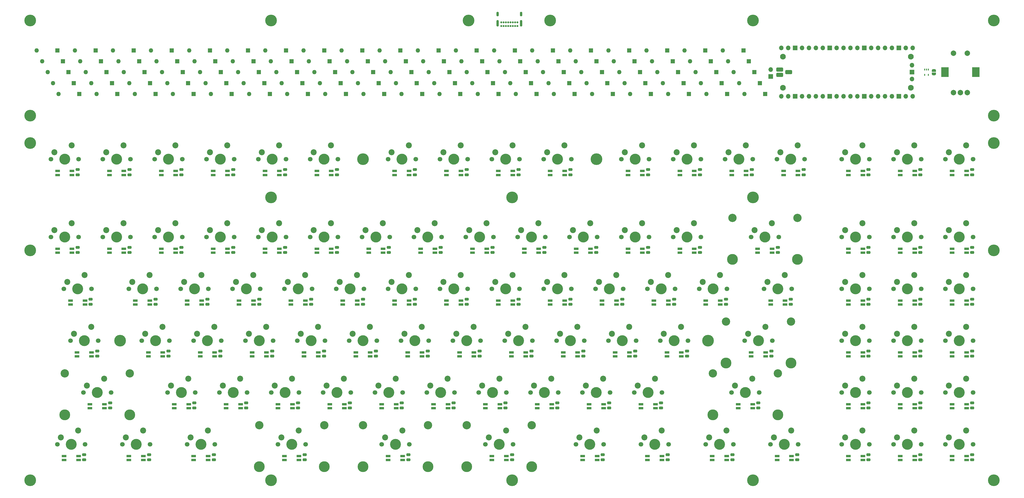
<source format=gbs>
G04 #@! TF.GenerationSoftware,KiCad,Pcbnew,(6.0.0)*
G04 #@! TF.CreationDate,2022-04-02T17:53:52-07:00*
G04 #@! TF.ProjectId,keyboard_exposed_diodes_standard_tkl,6b657962-6f61-4726-945f-6578706f7365,rev?*
G04 #@! TF.SameCoordinates,Original*
G04 #@! TF.FileFunction,Soldermask,Bot*
G04 #@! TF.FilePolarity,Negative*
%FSLAX46Y46*%
G04 Gerber Fmt 4.6, Leading zero omitted, Abs format (unit mm)*
G04 Created by KiCad (PCBNEW (6.0.0)) date 2022-04-02 17:53:52*
%MOMM*%
%LPD*%
G01*
G04 APERTURE LIST*
G04 Aperture macros list*
%AMRoundRect*
0 Rectangle with rounded corners*
0 $1 Rounding radius*
0 $2 $3 $4 $5 $6 $7 $8 $9 X,Y pos of 4 corners*
0 Add a 4 corners polygon primitive as box body*
4,1,4,$2,$3,$4,$5,$6,$7,$8,$9,$2,$3,0*
0 Add four circle primitives for the rounded corners*
1,1,$1+$1,$2,$3*
1,1,$1+$1,$4,$5*
1,1,$1+$1,$6,$7*
1,1,$1+$1,$8,$9*
0 Add four rect primitives between the rounded corners*
20,1,$1+$1,$2,$3,$4,$5,0*
20,1,$1+$1,$4,$5,$6,$7,0*
20,1,$1+$1,$6,$7,$8,$9,0*
20,1,$1+$1,$8,$9,$2,$3,0*%
%AMFreePoly0*
4,1,22,0.500000,-0.750000,0.000000,-0.750000,0.000000,-0.745033,-0.079941,-0.743568,-0.215256,-0.701293,-0.333266,-0.622738,-0.424486,-0.514219,-0.481581,-0.384460,-0.499164,-0.250000,-0.500000,-0.250000,-0.500000,0.250000,-0.499164,0.250000,-0.499963,0.256109,-0.478152,0.396186,-0.417904,0.524511,-0.324060,0.630769,-0.204165,0.706417,-0.067858,0.745374,0.000000,0.744959,0.000000,0.750000,
0.500000,0.750000,0.500000,-0.750000,0.500000,-0.750000,$1*%
%AMFreePoly1*
4,1,20,0.000000,0.744959,0.073905,0.744508,0.209726,0.703889,0.328688,0.626782,0.421226,0.519385,0.479903,0.390333,0.500000,0.250000,0.500000,-0.250000,0.499851,-0.262216,0.476331,-0.402017,0.414519,-0.529596,0.319384,-0.634700,0.198574,-0.708877,0.061801,-0.746166,0.000000,-0.745033,0.000000,-0.750000,-0.500000,-0.750000,-0.500000,0.750000,0.000000,0.750000,0.000000,0.744959,
0.000000,0.744959,$1*%
G04 Aperture macros list end*
%ADD10C,2.200000*%
%ADD11R,1.800000X0.900000*%
%ADD12C,1.700000*%
%ADD13C,4.000000*%
%ADD14R,1.600000X1.600000*%
%ADD15O,1.600000X1.600000*%
%ADD16R,1.700000X1.700000*%
%ADD17O,1.700000X1.700000*%
%ADD18C,0.700000*%
%ADD19O,0.900000X2.400000*%
%ADD20O,0.900000X1.700000*%
%ADD21C,2.100000*%
%ADD22RoundRect,0.300000X0.950000X-0.450000X0.950000X0.450000X-0.950000X0.450000X-0.950000X-0.450000X0*%
%ADD23R,2.800000X3.600000*%
%ADD24C,2.000000*%
%ADD25C,3.987800*%
%ADD26C,3.048000*%
%ADD27C,4.300000*%
%ADD28RoundRect,0.250000X0.475000X-0.250000X0.475000X0.250000X-0.475000X0.250000X-0.475000X-0.250000X0*%
%ADD29R,0.400000X0.650000*%
%ADD30FreePoly0,270.000000*%
%ADD31FreePoly1,270.000000*%
G04 APERTURE END LIST*
D10*
X384028750Y-282595000D03*
X377678750Y-285135000D03*
D11*
X384138750Y-293475000D03*
X384138750Y-291975000D03*
X378838750Y-293475000D03*
X378838750Y-291975000D03*
D12*
X376408750Y-287675000D03*
X386568750Y-287675000D03*
D13*
X381488750Y-287675000D03*
D12*
X381806250Y-306725000D03*
D13*
X376726250Y-306725000D03*
D12*
X371646250Y-306725000D03*
D11*
X374076250Y-311025000D03*
X374076250Y-312525000D03*
X379376250Y-311025000D03*
X379376250Y-312525000D03*
D10*
X372916250Y-304185000D03*
X379266250Y-301645000D03*
D12*
X140665000Y-249575000D03*
X150825000Y-249575000D03*
D13*
X145745000Y-249575000D03*
D11*
X143095000Y-253875000D03*
X143095000Y-255375000D03*
X148395000Y-253875000D03*
X148395000Y-255375000D03*
D10*
X141935000Y-247035000D03*
X148285000Y-244495000D03*
D12*
X169875000Y-249575000D03*
X159715000Y-249575000D03*
D13*
X164795000Y-249575000D03*
D11*
X162145000Y-253875000D03*
X162145000Y-255375000D03*
X167445000Y-253875000D03*
X167445000Y-255375000D03*
D10*
X160985000Y-247035000D03*
X167335000Y-244495000D03*
D12*
X178765000Y-249575000D03*
X188925000Y-249575000D03*
D13*
X183845000Y-249575000D03*
D11*
X181195000Y-253875000D03*
X181195000Y-255375000D03*
X186495000Y-253875000D03*
X186495000Y-255375000D03*
D10*
X180035000Y-247035000D03*
X186385000Y-244495000D03*
D13*
X202895000Y-249575000D03*
D12*
X197815000Y-249575000D03*
X207975000Y-249575000D03*
D11*
X200245000Y-253875000D03*
X200245000Y-255375000D03*
X205545000Y-253875000D03*
X205545000Y-255375000D03*
D10*
X199085000Y-247035000D03*
X205435000Y-244495000D03*
D12*
X216865000Y-249575000D03*
X227025000Y-249575000D03*
D13*
X221945000Y-249575000D03*
D11*
X219295000Y-253875000D03*
X219295000Y-255375000D03*
X224595000Y-253875000D03*
X224595000Y-255375000D03*
D10*
X218135000Y-247035000D03*
X224485000Y-244495000D03*
D13*
X240995000Y-249575000D03*
D12*
X246075000Y-249575000D03*
X235915000Y-249575000D03*
D11*
X238345000Y-253875000D03*
X238345000Y-255375000D03*
X243645000Y-253875000D03*
X243645000Y-255375000D03*
D10*
X237185000Y-247035000D03*
X243535000Y-244495000D03*
D12*
X254965000Y-249575000D03*
D13*
X260045000Y-249575000D03*
D12*
X265125000Y-249575000D03*
D11*
X257395000Y-253875000D03*
X257395000Y-255375000D03*
X262695000Y-253875000D03*
X262695000Y-255375000D03*
D10*
X256235000Y-247035000D03*
X262585000Y-244495000D03*
D13*
X279095000Y-249575000D03*
D12*
X274015000Y-249575000D03*
X284175000Y-249575000D03*
D11*
X276445000Y-253875000D03*
X276445000Y-255375000D03*
X281745000Y-253875000D03*
X281745000Y-255375000D03*
D10*
X275285000Y-247035000D03*
X281635000Y-244495000D03*
D12*
X293065000Y-249575000D03*
D13*
X298145000Y-249575000D03*
D12*
X303225000Y-249575000D03*
D11*
X295495000Y-253875000D03*
X295495000Y-255375000D03*
X300795000Y-253875000D03*
X300795000Y-255375000D03*
D10*
X294335000Y-247035000D03*
X300685000Y-244495000D03*
D12*
X165112500Y-287675000D03*
X154952500Y-287675000D03*
D13*
X160032500Y-287675000D03*
D11*
X157382500Y-291975000D03*
X157382500Y-293475000D03*
X162682500Y-291975000D03*
X162682500Y-293475000D03*
D10*
X156222500Y-285135000D03*
X162572500Y-282595000D03*
D12*
X250837500Y-306725000D03*
X240677500Y-306725000D03*
D13*
X245757500Y-306725000D03*
D11*
X243107500Y-311025000D03*
X243107500Y-312525000D03*
X248407500Y-311025000D03*
X248407500Y-312525000D03*
D10*
X241947500Y-304185000D03*
X248297500Y-301645000D03*
D12*
X378790000Y-249575000D03*
D13*
X383870000Y-249575000D03*
D12*
X388950000Y-249575000D03*
D11*
X381220000Y-253875000D03*
X381220000Y-255375000D03*
X386520000Y-253875000D03*
X386520000Y-255375000D03*
D10*
X380060000Y-247035000D03*
X386410000Y-244495000D03*
D13*
X388632500Y-268625000D03*
D12*
X393712500Y-268625000D03*
X383552500Y-268625000D03*
D11*
X385982500Y-272925000D03*
X385982500Y-274425000D03*
X391282500Y-272925000D03*
X391282500Y-274425000D03*
D10*
X384822500Y-266085000D03*
X391172500Y-263545000D03*
D13*
X207657500Y-306725000D03*
D12*
X212737500Y-306725000D03*
X202577500Y-306725000D03*
D11*
X205007500Y-311025000D03*
X205007500Y-312525000D03*
X210307500Y-311025000D03*
X210307500Y-312525000D03*
D10*
X203847500Y-304185000D03*
X210197500Y-301645000D03*
D12*
X193052500Y-287675000D03*
D13*
X198132500Y-287675000D03*
D12*
X203212500Y-287675000D03*
D11*
X195482500Y-291975000D03*
X195482500Y-293475000D03*
X200782500Y-291975000D03*
X200782500Y-293475000D03*
D10*
X194322500Y-285135000D03*
X200672500Y-282595000D03*
D13*
X336245000Y-249575000D03*
D12*
X341325000Y-249575000D03*
X331165000Y-249575000D03*
D11*
X333595000Y-253875000D03*
X333595000Y-255375000D03*
X338895000Y-253875000D03*
X338895000Y-255375000D03*
D10*
X332435000Y-247035000D03*
X338785000Y-244495000D03*
D13*
X417207500Y-268625000D03*
D12*
X422287500Y-268625000D03*
X412127500Y-268625000D03*
D11*
X414557500Y-272925000D03*
X414557500Y-274425000D03*
X419857500Y-272925000D03*
X419857500Y-274425000D03*
D10*
X413397500Y-266085000D03*
X419747500Y-263545000D03*
D12*
X431177500Y-325775000D03*
D13*
X436257500Y-325775000D03*
D12*
X441337500Y-325775000D03*
D11*
X433607500Y-330075000D03*
X433607500Y-331575000D03*
X438907500Y-330075000D03*
X438907500Y-331575000D03*
D10*
X432447500Y-323235000D03*
X438797500Y-320695000D03*
D12*
X188290000Y-268625000D03*
X198450000Y-268625000D03*
D13*
X193370000Y-268625000D03*
D11*
X190720000Y-272925000D03*
X190720000Y-274425000D03*
X196020000Y-272925000D03*
X196020000Y-274425000D03*
D10*
X189560000Y-266085000D03*
X195910000Y-263545000D03*
D12*
X441337500Y-268625000D03*
X431177500Y-268625000D03*
D13*
X436257500Y-268625000D03*
D11*
X433607500Y-272925000D03*
X433607500Y-274425000D03*
X438907500Y-272925000D03*
X438907500Y-274425000D03*
D10*
X432447500Y-266085000D03*
X438797500Y-263545000D03*
D12*
X360375000Y-249575000D03*
X350215000Y-249575000D03*
D13*
X355295000Y-249575000D03*
D11*
X352645000Y-253875000D03*
X352645000Y-255375000D03*
X357945000Y-253875000D03*
X357945000Y-255375000D03*
D10*
X351485000Y-247035000D03*
X357835000Y-244495000D03*
D12*
X150825000Y-221000000D03*
X140665000Y-221000000D03*
D13*
X145745000Y-221000000D03*
D11*
X143095000Y-225300000D03*
X143095000Y-226800000D03*
X148395000Y-225300000D03*
X148395000Y-226800000D03*
D10*
X141935000Y-218460000D03*
X148285000Y-215920000D03*
D12*
X215118750Y-325775000D03*
D13*
X210038750Y-325775000D03*
D12*
X204958750Y-325775000D03*
D11*
X207388750Y-330075000D03*
X207388750Y-331575000D03*
X212688750Y-330075000D03*
X212688750Y-331575000D03*
D10*
X206228750Y-323235000D03*
X212578750Y-320695000D03*
D12*
X281158750Y-325775000D03*
D13*
X286238750Y-325775000D03*
D12*
X291318750Y-325775000D03*
D11*
X283588750Y-330075000D03*
X283588750Y-331575000D03*
X288888750Y-330075000D03*
X288888750Y-331575000D03*
D10*
X282428750Y-323235000D03*
X288778750Y-320695000D03*
D12*
X422287500Y-287675000D03*
D13*
X417207500Y-287675000D03*
D12*
X412127500Y-287675000D03*
D11*
X414557500Y-291975000D03*
X414557500Y-293475000D03*
X419857500Y-291975000D03*
X419857500Y-293475000D03*
D10*
X413397500Y-285135000D03*
X419747500Y-282595000D03*
D13*
X417207500Y-306725000D03*
D12*
X422287500Y-306725000D03*
X412127500Y-306725000D03*
D11*
X414557500Y-311025000D03*
X414557500Y-312525000D03*
X419857500Y-311025000D03*
X419857500Y-312525000D03*
D10*
X413397500Y-304185000D03*
X419747500Y-301645000D03*
D12*
X441337500Y-287675000D03*
D13*
X436257500Y-287675000D03*
D12*
X431177500Y-287675000D03*
D11*
X433607500Y-291975000D03*
X433607500Y-293475000D03*
X438907500Y-291975000D03*
X438907500Y-293475000D03*
D10*
X432447500Y-285135000D03*
X438797500Y-282595000D03*
D13*
X455307500Y-287675000D03*
D12*
X450227500Y-287675000D03*
X460387500Y-287675000D03*
D11*
X452657500Y-291975000D03*
X452657500Y-293475000D03*
X457957500Y-291975000D03*
X457957500Y-293475000D03*
D10*
X451497500Y-285135000D03*
X457847500Y-282595000D03*
D12*
X450227500Y-306725000D03*
X460387500Y-306725000D03*
D13*
X455307500Y-306725000D03*
D11*
X452657500Y-311025000D03*
X452657500Y-312525000D03*
X457957500Y-311025000D03*
X457957500Y-312525000D03*
D10*
X451497500Y-304185000D03*
X457847500Y-301645000D03*
D12*
X169875000Y-221000000D03*
X159715000Y-221000000D03*
D13*
X164795000Y-221000000D03*
D11*
X162145000Y-225300000D03*
X162145000Y-226800000D03*
X167445000Y-225300000D03*
X167445000Y-226800000D03*
D10*
X160985000Y-218460000D03*
X167335000Y-215920000D03*
D12*
X178765000Y-221000000D03*
D13*
X183845000Y-221000000D03*
D12*
X188925000Y-221000000D03*
D11*
X181195000Y-225300000D03*
X181195000Y-226800000D03*
X186495000Y-225300000D03*
X186495000Y-226800000D03*
D10*
X180035000Y-218460000D03*
X186385000Y-215920000D03*
D12*
X207975000Y-221000000D03*
D13*
X202895000Y-221000000D03*
D12*
X197815000Y-221000000D03*
D11*
X200245000Y-225300000D03*
X200245000Y-226800000D03*
X205545000Y-225300000D03*
X205545000Y-226800000D03*
D10*
X199085000Y-218460000D03*
X205435000Y-215920000D03*
D12*
X245440000Y-221000000D03*
X255600000Y-221000000D03*
D13*
X250520000Y-221000000D03*
D11*
X247870000Y-225300000D03*
X247870000Y-226800000D03*
X253170000Y-225300000D03*
X253170000Y-226800000D03*
D10*
X246710000Y-218460000D03*
X253060000Y-215920000D03*
D12*
X283540000Y-221000000D03*
X293700000Y-221000000D03*
D13*
X288620000Y-221000000D03*
D11*
X285970000Y-225300000D03*
X285970000Y-226800000D03*
X291270000Y-225300000D03*
X291270000Y-226800000D03*
D10*
X284810000Y-218460000D03*
X291160000Y-215920000D03*
D12*
X302590000Y-221000000D03*
D13*
X307670000Y-221000000D03*
D12*
X312750000Y-221000000D03*
D11*
X305020000Y-225300000D03*
X305020000Y-226800000D03*
X310320000Y-225300000D03*
X310320000Y-226800000D03*
D10*
X303860000Y-218460000D03*
X310210000Y-215920000D03*
D13*
X374345000Y-221000000D03*
D12*
X379425000Y-221000000D03*
X369265000Y-221000000D03*
D11*
X371695000Y-225300000D03*
X371695000Y-226800000D03*
X376995000Y-225300000D03*
X376995000Y-226800000D03*
D10*
X370535000Y-218460000D03*
X376885000Y-215920000D03*
D12*
X222262500Y-287675000D03*
D13*
X217182500Y-287675000D03*
D12*
X212102500Y-287675000D03*
D11*
X214532500Y-291975000D03*
X214532500Y-293475000D03*
X219832500Y-291975000D03*
X219832500Y-293475000D03*
D10*
X213372500Y-285135000D03*
X219722500Y-282595000D03*
D12*
X335927500Y-306725000D03*
D13*
X341007500Y-306725000D03*
D12*
X346087500Y-306725000D03*
D11*
X338357500Y-311025000D03*
X338357500Y-312525000D03*
X343657500Y-311025000D03*
X343657500Y-312525000D03*
D10*
X337197500Y-304185000D03*
X343547500Y-301645000D03*
D12*
X231152500Y-287675000D03*
D13*
X236232500Y-287675000D03*
D12*
X241312500Y-287675000D03*
D11*
X233582500Y-291975000D03*
X233582500Y-293475000D03*
X238882500Y-291975000D03*
X238882500Y-293475000D03*
D10*
X232422500Y-285135000D03*
X238772500Y-282595000D03*
D13*
X255282500Y-287675000D03*
D12*
X260362500Y-287675000D03*
X250202500Y-287675000D03*
D11*
X252632500Y-291975000D03*
X252632500Y-293475000D03*
X257932500Y-291975000D03*
X257932500Y-293475000D03*
D10*
X251472500Y-285135000D03*
X257822500Y-282595000D03*
D12*
X431177500Y-249575000D03*
X441337500Y-249575000D03*
D13*
X436257500Y-249575000D03*
D11*
X433607500Y-253875000D03*
X433607500Y-255375000D03*
X438907500Y-253875000D03*
X438907500Y-255375000D03*
D10*
X432447500Y-247035000D03*
X438797500Y-244495000D03*
D13*
X288620000Y-268625000D03*
D12*
X283540000Y-268625000D03*
X293700000Y-268625000D03*
D11*
X285970000Y-272925000D03*
X285970000Y-274425000D03*
X291270000Y-272925000D03*
X291270000Y-274425000D03*
D10*
X284810000Y-266085000D03*
X291160000Y-263545000D03*
D13*
X417207500Y-249575000D03*
D12*
X422287500Y-249575000D03*
X412127500Y-249575000D03*
D11*
X414557500Y-253875000D03*
X414557500Y-255375000D03*
X419857500Y-253875000D03*
X419857500Y-255375000D03*
D10*
X413397500Y-247035000D03*
X419747500Y-244495000D03*
D13*
X293382500Y-287675000D03*
D12*
X288302500Y-287675000D03*
X298462500Y-287675000D03*
D11*
X290732500Y-291975000D03*
X290732500Y-293475000D03*
X296032500Y-291975000D03*
X296032500Y-293475000D03*
D10*
X289572500Y-285135000D03*
X295922500Y-282595000D03*
D12*
X307352500Y-287675000D03*
X317512500Y-287675000D03*
D13*
X312432500Y-287675000D03*
D11*
X309782500Y-291975000D03*
X309782500Y-293475000D03*
X315082500Y-291975000D03*
X315082500Y-293475000D03*
D10*
X308622500Y-285135000D03*
X314972500Y-282595000D03*
D12*
X181781250Y-325775000D03*
X171621250Y-325775000D03*
D13*
X176701250Y-325775000D03*
D11*
X174051250Y-330075000D03*
X174051250Y-331575000D03*
X179351250Y-330075000D03*
X179351250Y-331575000D03*
D10*
X172891250Y-323235000D03*
X179241250Y-320695000D03*
D13*
X417207500Y-325775000D03*
D12*
X422287500Y-325775000D03*
X412127500Y-325775000D03*
D11*
X414557500Y-330075000D03*
X414557500Y-331575000D03*
X419857500Y-330075000D03*
X419857500Y-331575000D03*
D10*
X413397500Y-323235000D03*
X419747500Y-320695000D03*
D12*
X147808750Y-325775000D03*
X157968750Y-325775000D03*
D13*
X152888750Y-325775000D03*
D11*
X150238750Y-330075000D03*
X150238750Y-331575000D03*
X155538750Y-330075000D03*
X155538750Y-331575000D03*
D10*
X149078750Y-323235000D03*
X155428750Y-320695000D03*
D12*
X278777500Y-306725000D03*
X288937500Y-306725000D03*
D13*
X283857500Y-306725000D03*
D11*
X281207500Y-311025000D03*
X281207500Y-312525000D03*
X286507500Y-311025000D03*
X286507500Y-312525000D03*
D10*
X280047500Y-304185000D03*
X286397500Y-301645000D03*
D13*
X367201250Y-325775000D03*
D12*
X372281250Y-325775000D03*
X362121250Y-325775000D03*
D11*
X364551250Y-330075000D03*
X364551250Y-331575000D03*
X369851250Y-330075000D03*
X369851250Y-331575000D03*
D10*
X363391250Y-323235000D03*
X369741250Y-320695000D03*
D12*
X269887500Y-306725000D03*
X259727500Y-306725000D03*
D13*
X264807500Y-306725000D03*
D11*
X262157500Y-311025000D03*
X262157500Y-312525000D03*
X267457500Y-311025000D03*
X267457500Y-312525000D03*
D10*
X260997500Y-304185000D03*
X267347500Y-301645000D03*
D13*
X307670000Y-268625000D03*
D12*
X312750000Y-268625000D03*
X302590000Y-268625000D03*
D11*
X305020000Y-272925000D03*
X305020000Y-274425000D03*
X310320000Y-272925000D03*
X310320000Y-274425000D03*
D10*
X303860000Y-266085000D03*
X310210000Y-263545000D03*
D12*
X450227500Y-221000000D03*
D13*
X455307500Y-221000000D03*
D12*
X460387500Y-221000000D03*
D11*
X452657500Y-225300000D03*
X452657500Y-226800000D03*
X457957500Y-225300000D03*
X457957500Y-226800000D03*
D10*
X451497500Y-218460000D03*
X457847500Y-215920000D03*
D12*
X460387500Y-268625000D03*
X450227500Y-268625000D03*
D13*
X455307500Y-268625000D03*
D11*
X452657500Y-272925000D03*
X452657500Y-274425000D03*
X457957500Y-272925000D03*
X457957500Y-274425000D03*
D10*
X451497500Y-266085000D03*
X457847500Y-263545000D03*
D13*
X455307500Y-249575000D03*
D12*
X460387500Y-249575000D03*
X450227500Y-249575000D03*
D11*
X452657500Y-253875000D03*
X452657500Y-255375000D03*
X457957500Y-253875000D03*
X457957500Y-255375000D03*
D10*
X451497500Y-247035000D03*
X457847500Y-244495000D03*
D13*
X417207500Y-221000000D03*
D12*
X422287500Y-221000000D03*
X412127500Y-221000000D03*
D11*
X414557500Y-225300000D03*
X414557500Y-226800000D03*
X419857500Y-225300000D03*
X419857500Y-226800000D03*
D10*
X413397500Y-218460000D03*
X419747500Y-215920000D03*
D12*
X150190000Y-268625000D03*
D13*
X155270000Y-268625000D03*
D12*
X160350000Y-268625000D03*
D11*
X152620000Y-272925000D03*
X152620000Y-274425000D03*
X157920000Y-272925000D03*
X157920000Y-274425000D03*
D10*
X151460000Y-266085000D03*
X157810000Y-263545000D03*
D12*
X345452500Y-287675000D03*
X355612500Y-287675000D03*
D13*
X350532500Y-287675000D03*
D11*
X347882500Y-291975000D03*
X347882500Y-293475000D03*
X353182500Y-291975000D03*
X353182500Y-293475000D03*
D10*
X346722500Y-285135000D03*
X353072500Y-282595000D03*
D12*
X217500000Y-268625000D03*
D13*
X212420000Y-268625000D03*
D12*
X207340000Y-268625000D03*
D11*
X209770000Y-272925000D03*
X209770000Y-274425000D03*
X215070000Y-272925000D03*
X215070000Y-274425000D03*
D10*
X208610000Y-266085000D03*
X214960000Y-263545000D03*
D12*
X369900000Y-268625000D03*
D13*
X364820000Y-268625000D03*
D12*
X359740000Y-268625000D03*
D11*
X362170000Y-272925000D03*
X362170000Y-274425000D03*
X367470000Y-272925000D03*
X367470000Y-274425000D03*
D10*
X361010000Y-266085000D03*
X367360000Y-263545000D03*
D12*
X450227500Y-325775000D03*
X460387500Y-325775000D03*
D13*
X455307500Y-325775000D03*
D11*
X452657500Y-330075000D03*
X452657500Y-331575000D03*
X457957500Y-330075000D03*
X457957500Y-331575000D03*
D10*
X451497500Y-323235000D03*
X457847500Y-320695000D03*
D13*
X179082500Y-287675000D03*
D12*
X184162500Y-287675000D03*
X174002500Y-287675000D03*
D11*
X176432500Y-291975000D03*
X176432500Y-293475000D03*
X181732500Y-291975000D03*
X181732500Y-293475000D03*
D10*
X175272500Y-285135000D03*
X181622500Y-282595000D03*
D13*
X436257500Y-221000000D03*
D12*
X431177500Y-221000000D03*
X441337500Y-221000000D03*
D11*
X433607500Y-225300000D03*
X433607500Y-226800000D03*
X438907500Y-225300000D03*
X438907500Y-226800000D03*
D10*
X432447500Y-218460000D03*
X438797500Y-215920000D03*
D13*
X248138750Y-325775000D03*
D12*
X243058750Y-325775000D03*
X253218750Y-325775000D03*
D11*
X245488750Y-330075000D03*
X245488750Y-331575000D03*
X250788750Y-330075000D03*
X250788750Y-331575000D03*
D10*
X244328750Y-323235000D03*
X250678750Y-320695000D03*
D13*
X231470000Y-268625000D03*
D12*
X226390000Y-268625000D03*
X236550000Y-268625000D03*
D11*
X228820000Y-272925000D03*
X228820000Y-274425000D03*
X234120000Y-272925000D03*
X234120000Y-274425000D03*
D10*
X227660000Y-266085000D03*
X234010000Y-263545000D03*
D12*
X264490000Y-268625000D03*
D13*
X269570000Y-268625000D03*
D12*
X274650000Y-268625000D03*
D11*
X266920000Y-272925000D03*
X266920000Y-274425000D03*
X272220000Y-272925000D03*
X272220000Y-274425000D03*
D10*
X265760000Y-266085000D03*
X272110000Y-263545000D03*
D12*
X431177500Y-306725000D03*
X441337500Y-306725000D03*
D13*
X436257500Y-306725000D03*
D11*
X433607500Y-311025000D03*
X433607500Y-312525000D03*
X438907500Y-311025000D03*
X438907500Y-312525000D03*
D10*
X432447500Y-304185000D03*
X438797500Y-301645000D03*
D12*
X169240000Y-268625000D03*
D13*
X174320000Y-268625000D03*
D12*
X179400000Y-268625000D03*
D11*
X171670000Y-272925000D03*
X171670000Y-274425000D03*
X176970000Y-272925000D03*
X176970000Y-274425000D03*
D10*
X170510000Y-266085000D03*
X176860000Y-263545000D03*
D12*
X193687500Y-306725000D03*
D13*
X188607500Y-306725000D03*
D12*
X183527500Y-306725000D03*
D11*
X185957500Y-311025000D03*
X185957500Y-312525000D03*
X191257500Y-311025000D03*
X191257500Y-312525000D03*
D10*
X184797500Y-304185000D03*
X191147500Y-301645000D03*
D12*
X255600000Y-268625000D03*
D13*
X250520000Y-268625000D03*
D12*
X245440000Y-268625000D03*
D11*
X247870000Y-272925000D03*
X247870000Y-274425000D03*
X253170000Y-272925000D03*
X253170000Y-274425000D03*
D10*
X246710000Y-266085000D03*
X253060000Y-263545000D03*
D13*
X274332500Y-287675000D03*
D12*
X279412500Y-287675000D03*
X269252500Y-287675000D03*
D11*
X271682500Y-291975000D03*
X271682500Y-293475000D03*
X276982500Y-291975000D03*
X276982500Y-293475000D03*
D10*
X270522500Y-285135000D03*
X276872500Y-282595000D03*
D12*
X340690000Y-268625000D03*
D13*
X345770000Y-268625000D03*
D12*
X350850000Y-268625000D03*
D11*
X343120000Y-272925000D03*
X343120000Y-274425000D03*
X348420000Y-272925000D03*
X348420000Y-274425000D03*
D10*
X341960000Y-266085000D03*
X348310000Y-263545000D03*
D12*
X350215000Y-221000000D03*
D13*
X355295000Y-221000000D03*
D12*
X360375000Y-221000000D03*
D11*
X352645000Y-225300000D03*
X352645000Y-226800000D03*
X357945000Y-225300000D03*
X357945000Y-226800000D03*
D10*
X351485000Y-218460000D03*
X357835000Y-215920000D03*
D12*
X227025000Y-221000000D03*
X216865000Y-221000000D03*
D13*
X221945000Y-221000000D03*
D11*
X219295000Y-225300000D03*
X219295000Y-226800000D03*
X224595000Y-225300000D03*
X224595000Y-226800000D03*
D10*
X218135000Y-218460000D03*
X224485000Y-215920000D03*
D12*
X274650000Y-221000000D03*
D13*
X269570000Y-221000000D03*
D12*
X264490000Y-221000000D03*
D11*
X266920000Y-225300000D03*
X266920000Y-226800000D03*
X272220000Y-225300000D03*
X272220000Y-226800000D03*
D10*
X265760000Y-218460000D03*
X272110000Y-215920000D03*
D13*
X319576250Y-325775000D03*
D12*
X324656250Y-325775000D03*
X314496250Y-325775000D03*
D11*
X316926250Y-330075000D03*
X316926250Y-331575000D03*
X322226250Y-330075000D03*
X322226250Y-331575000D03*
D10*
X315766250Y-323235000D03*
X322116250Y-320695000D03*
D12*
X307987500Y-306725000D03*
X297827500Y-306725000D03*
D13*
X302907500Y-306725000D03*
D11*
X300257500Y-311025000D03*
X300257500Y-312525000D03*
X305557500Y-311025000D03*
X305557500Y-312525000D03*
D10*
X299097500Y-304185000D03*
X305447500Y-301645000D03*
D13*
X131457500Y-268625000D03*
D12*
X136537500Y-268625000D03*
X126377500Y-268625000D03*
D11*
X128807500Y-272925000D03*
X128807500Y-274425000D03*
X134107500Y-272925000D03*
X134107500Y-274425000D03*
D10*
X127647500Y-266085000D03*
X133997500Y-263545000D03*
D13*
X138601250Y-306725000D03*
D12*
X133521250Y-306725000D03*
X143681250Y-306725000D03*
D11*
X135951250Y-311025000D03*
X135951250Y-312525000D03*
X141251250Y-311025000D03*
X141251250Y-312525000D03*
D10*
X134791250Y-304185000D03*
X141141250Y-301645000D03*
D12*
X123996250Y-325775000D03*
D13*
X129076250Y-325775000D03*
D12*
X134156250Y-325775000D03*
D11*
X126426250Y-330075000D03*
X126426250Y-331575000D03*
X131726250Y-330075000D03*
X131726250Y-331575000D03*
D10*
X125266250Y-323235000D03*
X131616250Y-320695000D03*
D12*
X131775000Y-221000000D03*
X121615000Y-221000000D03*
D13*
X126695000Y-221000000D03*
D11*
X124045000Y-225300000D03*
X124045000Y-226800000D03*
X129345000Y-225300000D03*
X129345000Y-226800000D03*
D10*
X122885000Y-218460000D03*
X129235000Y-215920000D03*
D12*
X128758750Y-287675000D03*
X138918750Y-287675000D03*
D13*
X133838750Y-287675000D03*
D11*
X131188750Y-291975000D03*
X131188750Y-293475000D03*
X136488750Y-291975000D03*
X136488750Y-293475000D03*
D10*
X130028750Y-285135000D03*
X136378750Y-282595000D03*
D13*
X126695000Y-249575000D03*
D12*
X121615000Y-249575000D03*
X131775000Y-249575000D03*
D11*
X124045000Y-253875000D03*
X124045000Y-255375000D03*
X129345000Y-253875000D03*
X129345000Y-255375000D03*
D10*
X122885000Y-247035000D03*
X129235000Y-244495000D03*
D13*
X226707500Y-306725000D03*
D12*
X231787500Y-306725000D03*
X221627500Y-306725000D03*
D11*
X224057500Y-311025000D03*
X224057500Y-312525000D03*
X229357500Y-311025000D03*
X229357500Y-312525000D03*
D10*
X222897500Y-304185000D03*
X229247500Y-301645000D03*
D12*
X326402500Y-287675000D03*
X336562500Y-287675000D03*
D13*
X331482500Y-287675000D03*
D11*
X328832500Y-291975000D03*
X328832500Y-293475000D03*
X334132500Y-291975000D03*
X334132500Y-293475000D03*
D10*
X327672500Y-285135000D03*
X334022500Y-282595000D03*
D13*
X343388750Y-325775000D03*
D12*
X348468750Y-325775000D03*
X338308750Y-325775000D03*
D11*
X340738750Y-330075000D03*
X340738750Y-331575000D03*
X346038750Y-330075000D03*
X346038750Y-331575000D03*
D10*
X339578750Y-323235000D03*
X345928750Y-320695000D03*
D13*
X326720000Y-268625000D03*
D12*
X321640000Y-268625000D03*
X331800000Y-268625000D03*
D11*
X324070000Y-272925000D03*
X324070000Y-274425000D03*
X329370000Y-272925000D03*
X329370000Y-274425000D03*
D10*
X322910000Y-266085000D03*
X329260000Y-263545000D03*
D12*
X341325000Y-221000000D03*
D13*
X336245000Y-221000000D03*
D12*
X331165000Y-221000000D03*
D11*
X333595000Y-225300000D03*
X333595000Y-226800000D03*
X338895000Y-225300000D03*
X338895000Y-226800000D03*
D10*
X332435000Y-218460000D03*
X338785000Y-215920000D03*
D12*
X385933750Y-325775000D03*
X396093750Y-325775000D03*
D13*
X391013750Y-325775000D03*
D11*
X388363750Y-330075000D03*
X388363750Y-331575000D03*
X393663750Y-330075000D03*
X393663750Y-331575000D03*
D10*
X387203750Y-323235000D03*
X393553750Y-320695000D03*
D12*
X327037500Y-306725000D03*
D13*
X321957500Y-306725000D03*
D12*
X316877500Y-306725000D03*
D11*
X319307500Y-311025000D03*
X319307500Y-312525000D03*
X324607500Y-311025000D03*
X324607500Y-312525000D03*
D10*
X318147500Y-304185000D03*
X324497500Y-301645000D03*
D14*
X124000000Y-181000000D03*
D15*
X116380000Y-181000000D03*
D14*
X370000000Y-197000000D03*
D15*
X362380000Y-197000000D03*
D14*
X340000000Y-193000000D03*
D15*
X332380000Y-193000000D03*
D14*
X140000000Y-185000000D03*
D15*
X132380000Y-185000000D03*
D16*
X386000000Y-190540000D03*
D17*
X386000000Y-188000000D03*
D18*
X293000000Y-172025000D03*
X292150000Y-172025000D03*
X291300000Y-172025000D03*
X290450000Y-172025000D03*
X289600000Y-172025000D03*
X288750000Y-172025000D03*
X287900000Y-172025000D03*
X287050000Y-172025000D03*
X287050000Y-170675000D03*
X287900000Y-170675000D03*
X288750000Y-170675000D03*
X289600000Y-170675000D03*
X290450000Y-170675000D03*
X291300000Y-170675000D03*
X292150000Y-170675000D03*
X293000000Y-170675000D03*
D19*
X294350000Y-171045000D03*
D20*
X294350000Y-167665000D03*
D19*
X285700000Y-171045000D03*
D20*
X285700000Y-167665000D03*
D21*
X437500000Y-194700000D03*
X390500000Y-194700000D03*
X437500000Y-183300000D03*
X390500000Y-183300000D03*
D17*
X389870000Y-197890000D03*
X392410000Y-197890000D03*
D16*
X394950000Y-197890000D03*
D17*
X397490000Y-197890000D03*
X400030000Y-197890000D03*
X402570000Y-197890000D03*
X405110000Y-197890000D03*
D16*
X407650000Y-197890000D03*
D17*
X410190000Y-197890000D03*
X412730000Y-197890000D03*
X415270000Y-197890000D03*
X417810000Y-197890000D03*
D16*
X420350000Y-197890000D03*
D17*
X422890000Y-197890000D03*
X425430000Y-197890000D03*
X427970000Y-197890000D03*
X430510000Y-197890000D03*
D16*
X433050000Y-197890000D03*
D17*
X435590000Y-197890000D03*
X438130000Y-197890000D03*
X438130000Y-180110000D03*
X435590000Y-180110000D03*
D16*
X433050000Y-180110000D03*
D17*
X430510000Y-180110000D03*
X427970000Y-180110000D03*
X425430000Y-180110000D03*
X422890000Y-180110000D03*
D16*
X420350000Y-180110000D03*
D17*
X417810000Y-180110000D03*
X415270000Y-180110000D03*
X412730000Y-180110000D03*
X410190000Y-180110000D03*
D16*
X407650000Y-180110000D03*
D17*
X405110000Y-180110000D03*
X402570000Y-180110000D03*
X400030000Y-180110000D03*
X397490000Y-180110000D03*
D16*
X394950000Y-180110000D03*
D17*
X392410000Y-180110000D03*
X389870000Y-180110000D03*
X437900000Y-191540000D03*
D16*
X437900000Y-189000000D03*
D17*
X437900000Y-186460000D03*
D22*
X392630000Y-189000000D03*
X389350000Y-188000000D03*
X389330000Y-190000000D03*
D14*
X338000000Y-189000000D03*
D15*
X330380000Y-189000000D03*
D14*
X226000000Y-189000000D03*
D15*
X218380000Y-189000000D03*
D14*
X310000000Y-189000000D03*
D15*
X302380000Y-189000000D03*
D14*
X300000000Y-197000000D03*
D15*
X292380000Y-197000000D03*
D14*
X296000000Y-189000000D03*
D15*
X288380000Y-189000000D03*
D14*
X282000000Y-189000000D03*
D15*
X274380000Y-189000000D03*
D14*
X142000000Y-189000000D03*
D15*
X134380000Y-189000000D03*
D14*
X194000000Y-181000000D03*
D15*
X186380000Y-181000000D03*
D14*
X328000000Y-197000000D03*
D15*
X320380000Y-197000000D03*
D14*
X160000000Y-197000000D03*
D15*
X152380000Y-197000000D03*
D14*
X180000000Y-181000000D03*
D15*
X172380000Y-181000000D03*
D23*
X450000000Y-189000000D03*
X461400000Y-189000000D03*
D24*
X453200000Y-196500000D03*
X458200000Y-196500000D03*
X455700000Y-196500000D03*
X453200000Y-182000000D03*
X458200000Y-182000000D03*
D14*
X286000000Y-197000000D03*
D15*
X278380000Y-197000000D03*
D14*
X240000000Y-189000000D03*
D15*
X232380000Y-189000000D03*
D14*
X322000000Y-185000000D03*
D15*
X314380000Y-185000000D03*
D14*
X362000000Y-181000000D03*
D15*
X354380000Y-181000000D03*
D14*
X324000000Y-189000000D03*
D15*
X316380000Y-189000000D03*
D14*
X384000000Y-197000000D03*
D15*
X376380000Y-197000000D03*
D14*
X308000000Y-185000000D03*
D15*
X300380000Y-185000000D03*
D14*
X334000000Y-181000000D03*
D15*
X326380000Y-181000000D03*
D14*
X258000000Y-197000000D03*
D15*
X250380000Y-197000000D03*
D14*
X242000000Y-193000000D03*
D15*
X234380000Y-193000000D03*
D14*
X154000000Y-185000000D03*
D15*
X146380000Y-185000000D03*
D14*
X342000000Y-197000000D03*
D15*
X334380000Y-197000000D03*
D14*
X172000000Y-193000000D03*
D15*
X164380000Y-193000000D03*
D14*
X144000000Y-193000000D03*
D15*
X136380000Y-193000000D03*
D14*
X212000000Y-189000000D03*
D15*
X204380000Y-189000000D03*
D14*
X244000000Y-197000000D03*
D15*
X236380000Y-197000000D03*
D14*
X314000000Y-197000000D03*
D15*
X306380000Y-197000000D03*
D14*
X280000000Y-185000000D03*
D15*
X272380000Y-185000000D03*
D14*
X202000000Y-197000000D03*
D15*
X194380000Y-197000000D03*
D14*
X320000000Y-181000000D03*
D15*
X312380000Y-181000000D03*
D14*
X182000000Y-185000000D03*
D15*
X174380000Y-185000000D03*
D14*
X364000000Y-185000000D03*
D15*
X356380000Y-185000000D03*
D14*
X378000000Y-185000000D03*
D15*
X370380000Y-185000000D03*
D14*
X284000000Y-193000000D03*
D15*
X276380000Y-193000000D03*
D14*
X264000000Y-181000000D03*
D15*
X256380000Y-181000000D03*
D14*
X130000000Y-193000000D03*
D15*
X122380000Y-193000000D03*
D14*
X254000000Y-189000000D03*
D15*
X246380000Y-189000000D03*
D14*
X200000000Y-193000000D03*
D15*
X192380000Y-193000000D03*
D14*
X350000000Y-185000000D03*
D15*
X342380000Y-185000000D03*
D14*
X252000000Y-185000000D03*
D15*
X244380000Y-185000000D03*
D14*
X228000000Y-193000000D03*
D15*
X220380000Y-193000000D03*
D14*
X270000000Y-193000000D03*
D15*
X262380000Y-193000000D03*
D14*
X126000000Y-185000000D03*
D15*
X118380000Y-185000000D03*
D14*
X132000000Y-197000000D03*
D15*
X124380000Y-197000000D03*
D14*
X348000000Y-181000000D03*
D15*
X340380000Y-181000000D03*
D14*
X356000000Y-197000000D03*
D15*
X348380000Y-197000000D03*
D14*
X268000000Y-189000000D03*
D15*
X260380000Y-189000000D03*
D14*
X256000000Y-193000000D03*
D15*
X248380000Y-193000000D03*
D14*
X230000000Y-197000000D03*
D15*
X222380000Y-197000000D03*
D14*
X170000000Y-189000000D03*
D15*
X162380000Y-189000000D03*
D14*
X174000000Y-197000000D03*
D15*
X166380000Y-197000000D03*
D14*
X166000000Y-181000000D03*
D15*
X158380000Y-181000000D03*
D14*
X210000000Y-185000000D03*
D15*
X202380000Y-185000000D03*
D14*
X186000000Y-193000000D03*
D15*
X178380000Y-193000000D03*
D14*
X278000000Y-181000000D03*
D15*
X270380000Y-181000000D03*
D14*
X266000000Y-185000000D03*
D15*
X258380000Y-185000000D03*
D14*
X152000000Y-181000000D03*
D15*
X144380000Y-181000000D03*
D14*
X184000000Y-189000000D03*
D15*
X176380000Y-189000000D03*
D14*
X366000000Y-189000000D03*
D15*
X358380000Y-189000000D03*
D14*
X188000000Y-197000000D03*
D15*
X180380000Y-197000000D03*
D14*
X158000000Y-193000000D03*
D15*
X150380000Y-193000000D03*
D14*
X298000000Y-193000000D03*
D15*
X290380000Y-193000000D03*
D14*
X128000000Y-189000000D03*
D15*
X120380000Y-189000000D03*
D14*
X272000000Y-197000000D03*
D15*
X264380000Y-197000000D03*
D14*
X352000000Y-189000000D03*
D15*
X344380000Y-189000000D03*
D14*
X382000000Y-193000000D03*
D15*
X374380000Y-193000000D03*
D14*
X368000000Y-193000000D03*
D15*
X360380000Y-193000000D03*
D14*
X208000000Y-181000000D03*
D15*
X200380000Y-181000000D03*
D14*
X196000000Y-185000000D03*
D15*
X188380000Y-185000000D03*
D14*
X216000000Y-197000000D03*
D15*
X208380000Y-197000000D03*
D14*
X326000000Y-193000000D03*
D15*
X318380000Y-193000000D03*
D14*
X198000000Y-189000000D03*
D15*
X190380000Y-189000000D03*
D14*
X138000000Y-181000000D03*
D15*
X130380000Y-181000000D03*
D14*
X336000000Y-185000000D03*
D15*
X328380000Y-185000000D03*
D14*
X376000000Y-181000000D03*
D15*
X368380000Y-181000000D03*
D14*
X214000000Y-193000000D03*
D15*
X206380000Y-193000000D03*
D14*
X306000000Y-181000000D03*
D15*
X298380000Y-181000000D03*
D14*
X236000000Y-181000000D03*
D15*
X228380000Y-181000000D03*
D14*
X292000000Y-181000000D03*
D15*
X284380000Y-181000000D03*
D14*
X294000000Y-185000000D03*
D15*
X286380000Y-185000000D03*
D14*
X156000000Y-189000000D03*
D15*
X148380000Y-189000000D03*
D14*
X354000000Y-193000000D03*
D15*
X346380000Y-193000000D03*
D14*
X168000000Y-185000000D03*
D15*
X160380000Y-185000000D03*
D14*
X146000000Y-197000000D03*
D15*
X138380000Y-197000000D03*
D14*
X224000000Y-185000000D03*
D15*
X216380000Y-185000000D03*
D14*
X222000000Y-181000000D03*
D15*
X214380000Y-181000000D03*
D14*
X380000000Y-189000000D03*
D15*
X372380000Y-189000000D03*
D14*
X238000000Y-185000000D03*
D15*
X230380000Y-185000000D03*
D14*
X312000000Y-193000000D03*
D15*
X304380000Y-193000000D03*
D14*
X250000000Y-181000000D03*
D15*
X242380000Y-181000000D03*
D12*
X322275000Y-249575000D03*
D13*
X317195000Y-249575000D03*
D12*
X312115000Y-249575000D03*
D11*
X314545000Y-253875000D03*
X314545000Y-255375000D03*
X319845000Y-253875000D03*
X319845000Y-255375000D03*
D10*
X313385000Y-247035000D03*
X319735000Y-244495000D03*
D12*
X398475000Y-221000000D03*
D13*
X393395000Y-221000000D03*
D12*
X388315000Y-221000000D03*
D11*
X390745000Y-225300000D03*
X390745000Y-226800000D03*
X396045000Y-225300000D03*
X396045000Y-226800000D03*
D10*
X389585000Y-218460000D03*
X395935000Y-215920000D03*
D12*
X174637500Y-306725000D03*
X164477500Y-306725000D03*
D13*
X169557500Y-306725000D03*
D11*
X166907500Y-311025000D03*
X166907500Y-312525000D03*
X172207500Y-311025000D03*
X172207500Y-312525000D03*
D10*
X165747500Y-304185000D03*
X172097500Y-301645000D03*
D25*
X126663250Y-314980000D03*
X150539250Y-314980000D03*
D26*
X126663250Y-299740000D03*
X150539250Y-299740000D03*
X364788250Y-299740000D03*
D25*
X388664250Y-314980000D03*
D26*
X388664250Y-299740000D03*
D25*
X364788250Y-314980000D03*
X393426750Y-295930000D03*
X369550750Y-295930000D03*
D26*
X369550750Y-280690000D03*
X393426750Y-280690000D03*
D25*
X395808000Y-257830000D03*
D26*
X371932000Y-242590000D03*
X395808000Y-242590000D03*
D25*
X371932000Y-257830000D03*
X198100750Y-334030000D03*
D26*
X198100750Y-318790000D03*
D25*
X221976750Y-334030000D03*
D26*
X221976750Y-318790000D03*
D25*
X298176750Y-334030000D03*
X274300750Y-334030000D03*
D26*
X298176750Y-318790000D03*
X274300750Y-318790000D03*
X236200750Y-318790000D03*
X260076750Y-318790000D03*
D25*
X260076750Y-334030000D03*
X236200750Y-334030000D03*
D27*
X114000000Y-205000000D03*
X363000000Y-287675000D03*
X467999558Y-205000000D03*
X468000000Y-170000000D03*
X147000000Y-287675000D03*
X379500000Y-235000000D03*
X305000000Y-170000000D03*
X322000000Y-221000000D03*
X202500000Y-170000000D03*
X114000000Y-254499558D03*
X467999558Y-254499558D03*
X202500000Y-339000000D03*
X236250000Y-221000000D03*
X379500000Y-339000000D03*
X291000000Y-339000000D03*
X114000000Y-215000000D03*
X202500000Y-235000000D03*
X467999558Y-215000000D03*
X114000000Y-339000000D03*
X275000000Y-170000000D03*
X468000000Y-339000000D03*
X291000000Y-235000000D03*
X114000000Y-170000000D03*
X379500000Y-170000000D03*
D28*
X143351250Y-312425000D03*
X143351250Y-310525000D03*
X441007500Y-331475000D03*
X441007500Y-329575000D03*
X255270000Y-226700000D03*
X255270000Y-224800000D03*
X169545000Y-226700000D03*
X169545000Y-224800000D03*
X183832500Y-293375000D03*
X183832500Y-291475000D03*
X212407500Y-312425000D03*
X212407500Y-310525000D03*
X336232500Y-293375000D03*
X336232500Y-291475000D03*
X179070000Y-274325000D03*
X179070000Y-272425000D03*
X302895000Y-255275000D03*
X302895000Y-253375000D03*
X421957500Y-226700000D03*
X421957500Y-224800000D03*
X369570000Y-274325000D03*
X369570000Y-272425000D03*
X202882500Y-293375000D03*
X202882500Y-291475000D03*
X260032500Y-293375000D03*
X260032500Y-291475000D03*
X340995000Y-255275000D03*
X340995000Y-253375000D03*
X217170000Y-274325000D03*
X217170000Y-272425000D03*
X231457500Y-312425000D03*
X231457500Y-310525000D03*
X214788750Y-331475000D03*
X214788750Y-329575000D03*
X441007500Y-226700000D03*
X441007500Y-224800000D03*
X293370000Y-274325000D03*
X293370000Y-272425000D03*
X283845000Y-255275000D03*
X283845000Y-253375000D03*
X274320000Y-226700000D03*
X274320000Y-224800000D03*
X150495000Y-226700000D03*
X150495000Y-224800000D03*
X198120000Y-274325000D03*
X198120000Y-272425000D03*
X441007500Y-312425000D03*
X441007500Y-310525000D03*
X331470000Y-274325000D03*
X331470000Y-272425000D03*
X279082500Y-293375000D03*
X279082500Y-291475000D03*
X421957500Y-255275000D03*
X421957500Y-253375000D03*
X298132500Y-293375000D03*
X298132500Y-291475000D03*
X133826250Y-331475000D03*
X133826250Y-329575000D03*
X421957500Y-274325000D03*
X421957500Y-272425000D03*
X371951250Y-331475000D03*
X371951250Y-329575000D03*
X160020000Y-274325000D03*
X160020000Y-272425000D03*
X317182500Y-293375000D03*
X317182500Y-291475000D03*
X236220000Y-274325000D03*
X236220000Y-272425000D03*
X460057500Y-255275000D03*
X460057500Y-253375000D03*
X226695000Y-226700000D03*
X226695000Y-224800000D03*
X240982500Y-293375000D03*
X240982500Y-291475000D03*
X274320000Y-274325000D03*
X274320000Y-272425000D03*
X188595000Y-255275000D03*
X188595000Y-253375000D03*
X350520000Y-274325000D03*
X350520000Y-272425000D03*
X441007500Y-255275000D03*
X441007500Y-253375000D03*
X138588750Y-293375000D03*
X138588750Y-291475000D03*
X131445000Y-255275000D03*
X131445000Y-253375000D03*
X355282500Y-293375000D03*
X355282500Y-291475000D03*
X174307500Y-312425000D03*
X174307500Y-310525000D03*
X348138750Y-331475000D03*
X348138750Y-329575000D03*
X164782500Y-293375000D03*
X164782500Y-291475000D03*
X395763750Y-331475000D03*
X395763750Y-329575000D03*
X290988750Y-331475000D03*
X290988750Y-329575000D03*
X255270000Y-274325000D03*
X255270000Y-272425000D03*
X312420000Y-274325000D03*
X312420000Y-272425000D03*
X460057500Y-293375000D03*
X460057500Y-291475000D03*
X250507500Y-312425000D03*
X250507500Y-310525000D03*
X321945000Y-255275000D03*
X321945000Y-253375000D03*
X379095000Y-226700000D03*
X379095000Y-224800000D03*
X288607500Y-312425000D03*
X288607500Y-310525000D03*
X360045000Y-255275000D03*
X360045000Y-253375000D03*
X421957500Y-293375000D03*
X421957500Y-291475000D03*
X131445000Y-226700000D03*
X131445000Y-224800000D03*
X226695000Y-255275000D03*
X226695000Y-253375000D03*
X157638750Y-331475000D03*
X157638750Y-329575000D03*
X312420000Y-226700000D03*
X312420000Y-224800000D03*
X460057500Y-312425000D03*
X460057500Y-310525000D03*
X324326250Y-331475000D03*
X324326250Y-329575000D03*
X388620000Y-255275000D03*
X388620000Y-253375000D03*
X207645000Y-255275000D03*
X207645000Y-253375000D03*
X393382500Y-274325000D03*
X393382500Y-272425000D03*
X207645000Y-226700000D03*
X207645000Y-224800000D03*
X252888750Y-331475000D03*
X252888750Y-329575000D03*
X221932500Y-293375000D03*
X221932500Y-291475000D03*
X340995000Y-226700000D03*
X340995000Y-224800000D03*
X421957500Y-331475000D03*
X421957500Y-329575000D03*
X421957500Y-312425000D03*
X421957500Y-310525000D03*
X441007500Y-293375000D03*
X441007500Y-291475000D03*
X264795000Y-255275000D03*
X264795000Y-253375000D03*
X169545000Y-255275000D03*
X169545000Y-253375000D03*
X441007500Y-274325000D03*
X441007500Y-272425000D03*
X193357500Y-312425000D03*
X193357500Y-310525000D03*
X460057500Y-331475000D03*
X460057500Y-329575000D03*
X136207500Y-274325000D03*
X136207500Y-272425000D03*
X181451250Y-331475000D03*
X181451250Y-329575000D03*
X386238750Y-293375000D03*
X386238750Y-291475000D03*
X460057500Y-274325000D03*
X460057500Y-272425000D03*
X360045000Y-226700000D03*
X360045000Y-224800000D03*
X293370000Y-226700000D03*
X293370000Y-224800000D03*
X188595000Y-226700000D03*
X188595000Y-224800000D03*
X245745000Y-255275000D03*
X245745000Y-253375000D03*
X326707500Y-312425000D03*
X326707500Y-310525000D03*
X345757500Y-312425000D03*
X345757500Y-310525000D03*
X307657500Y-312425000D03*
X307657500Y-310525000D03*
X381476250Y-312425000D03*
X381476250Y-310525000D03*
X269557500Y-312425000D03*
X269557500Y-310525000D03*
X460057500Y-226700000D03*
X460057500Y-224800000D03*
X150495000Y-255275000D03*
X150495000Y-253375000D03*
X398145000Y-226700000D03*
X398145000Y-224800000D03*
D29*
X442600000Y-188050000D03*
X443250000Y-188050000D03*
X443900000Y-188050000D03*
X443900000Y-189950000D03*
X442600000Y-189950000D03*
D30*
X446000000Y-188350000D03*
D31*
X446000000Y-189650000D03*
M02*

</source>
